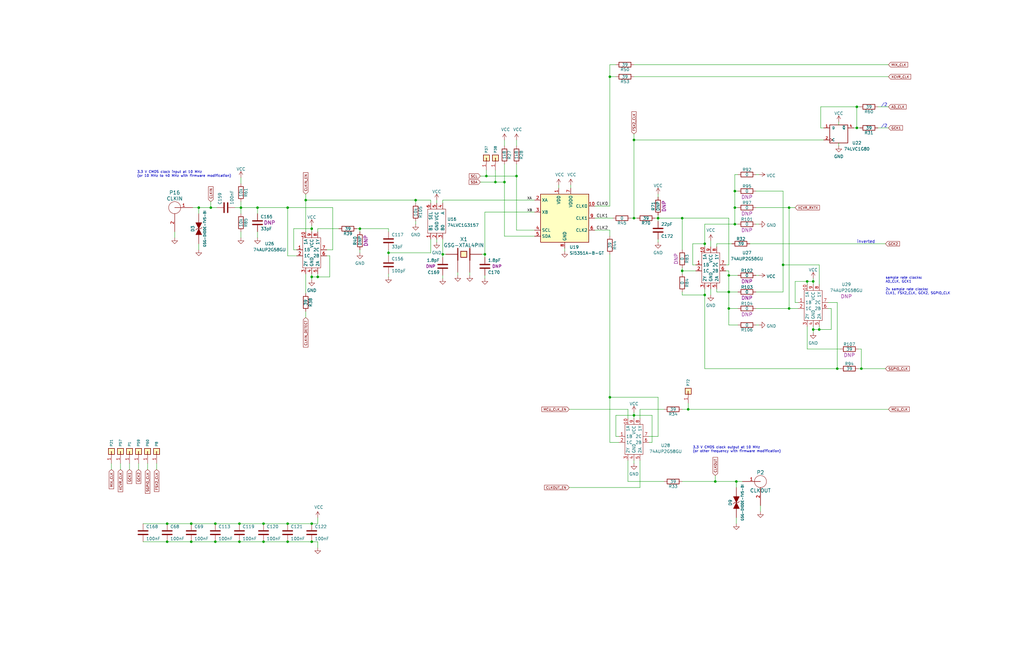
<source format=kicad_sch>
(kicad_sch (version 20211123) (generator eeschema)
  (paper "USLedger")
  (title_block (title "HackRF One") (date "2022-08-29") (rev "r9") (company "Copyright 2012-2022 Great Scott Gadgets") (comment 1 "Michael Ossmann") (comment 2 "Licensed under the CERN-OHL-P v2"))
  (junction (at 257.175 167.64))
  (junction (at 332.74 87.63))
  (junction (at 340.36 118.745))
  (junction (at 342.9 139.065))
  (junction (at 361.315 53.975))
  (junction (at 212.725 76.835))
  (junction (at 345.44 139.065))
  (junction (at 307.34 123.19))
  (junction (at 361.315 45.085))
  (junction (at 70.485 220.98))
  (junction (at 332.74 130.175))
  (junction (at 121.285 87.63))
  (junction (at 100.965 228.6))
  (junction (at 70.485 228.6))
  (junction (at 208.915 76.835))
  (junction (at 217.805 74.295))
  (junction (at 121.285 220.98))
  (junction (at 163.83 106.68))
  (junction (at 297.18 102.87))
  (junction (at 80.645 220.98))
  (junction (at 342.9 118.745))
  (junction (at 83.82 87.63))
  (junction (at 131.445 220.98))
  (junction (at 301.625 203.2))
  (junction (at 204.47 107.315))
  (junction (at 88.9 87.63))
  (junction (at 309.88 87.63))
  (junction (at 287.655 114.3))
  (junction (at 307.34 116.205))
  (junction (at 111.125 228.6))
  (junction (at 297.18 124.46))
  (junction (at 363.22 155.575))
  (junction (at 80.645 228.6))
  (junction (at 309.88 94.615))
  (junction (at 267.335 175.26))
  (junction (at 309.88 80.645))
  (junction (at 90.805 228.6))
  (junction (at 131.445 228.6))
  (junction (at 131.445 116.84))
  (junction (at 111.125 220.98))
  (junction (at 128.905 84.455))
  (junction (at 267.335 92.075))
  (junction (at 175.26 84.455))
  (junction (at 353.06 155.575))
  (junction (at 101.6 87.63))
  (junction (at 310.515 203.2))
  (junction (at 205.105 74.295))
  (junction (at 330.2 111.76))
  (junction (at 151.765 96.52))
  (junction (at 287.655 92.075))
  (junction (at 186.69 107.315))
  (junction (at 267.335 59.055))
  (junction (at 277.495 92.075))
  (junction (at 90.805 220.98))
  (junction (at 131.445 96.52))
  (junction (at 307.34 130.175))
  (junction (at 108.585 87.63))
  (junction (at 133.985 116.84))
  (junction (at 257.175 32.385))
  (junction (at 100.965 220.98))
  (junction (at 290.195 172.72))
  (junction (at 121.285 228.6))
  (wire (pts (xy 353.695 60.325) (xy 353.695 61.595)))
  (wire (pts (xy 163.83 116.84) (xy 163.83 115.57)))
  (wire (pts (xy 340.36 137.795) (xy 340.36 147.32)))
  (wire (pts (xy 274.955 175.26) (xy 267.335 175.26)))
  (wire (pts (xy 186.69 100.965) (xy 186.69 107.315)))
  (wire (pts (xy 342.9 137.795) (xy 342.9 139.065)))
  (wire (pts (xy 212.725 99.695) (xy 225.425 99.695)))
  (wire (pts (xy 335.28 118.745) (xy 335.28 127.635)))
  (wire (pts (xy 332.74 87.63) (xy 335.28 87.63)))
  (wire (pts (xy 274.955 186.69) (xy 274.955 175.26)))
  (wire (pts (xy 217.805 59.055) (xy 217.805 61.595)))
  (wire (pts (xy 202.565 74.295) (xy 205.105 74.295)))
  (wire (pts (xy 70.485 220.98) (xy 60.325 220.98)))
  (wire (pts (xy 302.26 102.87) (xy 308.61 102.87)))
  (wire (pts (xy 257.175 97.155) (xy 257.175 99.695)))
  (wire (pts (xy 259.715 184.15) (xy 260.985 184.15)))
  (wire (pts (xy 353.06 127.635) (xy 353.06 155.575)))
  (wire (pts (xy 83.82 90.17) (xy 83.82 87.63)))
  (wire (pts (xy 309.88 94.615) (xy 297.18 94.615)))
  (wire (pts (xy 307.34 111.76) (xy 307.34 92.075)))
  (wire (pts (xy 264.795 194.31) (xy 264.795 203.2)))
  (wire (pts (xy 46.99 195.58) (xy 46.99 198.12)))
  (wire (pts (xy 269.875 176.53) (xy 269.875 172.72)))
  (wire (pts (xy 90.805 228.6) (xy 100.965 228.6)))
  (wire (pts (xy 111.125 228.6) (xy 121.285 228.6)))
  (wire (pts (xy 299.72 121.92) (xy 299.72 124.46)))
  (wire (pts (xy 100.965 220.98) (xy 90.805 220.98)))
  (wire (pts (xy 186.69 107.315) (xy 187.96 107.315)))
  (wire (pts (xy 293.37 114.3) (xy 287.655 114.3)))
  (wire (pts (xy 101.6 87.63) (xy 101.6 90.17)))
  (wire (pts (xy 287.655 124.46) (xy 297.18 124.46)))
  (wire (pts (xy 225.425 89.535) (xy 204.47 89.535)))
  (wire (pts (xy 336.55 130.175) (xy 332.74 130.175)))
  (wire (pts (xy 250.825 97.155) (xy 257.175 97.155)))
  (wire (pts (xy 290.195 170.18) (xy 290.195 172.72)))
  (wire (pts (xy 131.445 96.52) (xy 131.445 95.25)))
  (wire (pts (xy 309.88 87.63) (xy 309.88 94.615)))
  (wire (pts (xy 335.28 127.635) (xy 336.55 127.635)))
  (wire (pts (xy 307.34 116.205) (xy 307.34 114.3)))
  (wire (pts (xy 250.825 86.995) (xy 257.175 86.995)))
  (wire (pts (xy 311.15 94.615) (xy 309.88 94.615)))
  (wire (pts (xy 297.18 94.615) (xy 297.18 102.87)))
  (wire (pts (xy 307.34 137.16) (xy 307.34 130.175)))
  (wire (pts (xy 287.655 115.57) (xy 287.655 114.3)))
  (wire (pts (xy 121.285 220.98) (xy 131.445 220.98)))
  (wire (pts (xy 267.335 92.075) (xy 268.605 92.075)))
  (wire (pts (xy 301.625 200.66) (xy 301.625 203.2)))
  (wire (pts (xy 131.445 116.84) (xy 133.985 116.84)))
  (wire (pts (xy 73.66 97.79) (xy 73.66 100.33)))
  (wire (pts (xy 203.2 107.315) (xy 204.47 107.315)))
  (wire (pts (xy 307.34 123.19) (xy 307.34 130.175)))
  (wire (pts (xy 131.445 118.11) (xy 131.445 116.84)))
  (wire (pts (xy 311.15 73.66) (xy 309.88 73.66)))
  (wire (pts (xy 370.205 45.085) (xy 374.65 45.085)))
  (wire (pts (xy 137.795 105.41) (xy 140.335 105.41)))
  (wire (pts (xy 238.125 104.775) (xy 238.125 106.045)))
  (wire (pts (xy 277.495 100.965) (xy 277.495 102.235)))
  (wire (pts (xy 346.075 53.975) (xy 347.345 53.975)))
  (wire (pts (xy 287.655 92.075) (xy 277.495 92.075)))
  (wire (pts (xy 151.765 96.52) (xy 151.765 97.79)))
  (wire (pts (xy 202.565 76.835) (xy 208.915 76.835)))
  (wire (pts (xy 318.77 130.175) (xy 332.74 130.175)))
  (wire (pts (xy 277.495 92.075) (xy 277.495 93.345)))
  (wire (pts (xy 318.77 73.66) (xy 320.04 73.66)))
  (wire (pts (xy 121.285 228.6) (xy 131.445 228.6)))
  (wire (pts (xy 277.495 167.64) (xy 277.495 184.15)))
  (wire (pts (xy 139.065 116.84) (xy 139.065 107.95)))
  (wire (pts (xy 307.34 92.075) (xy 287.655 92.075)))
  (wire (pts (xy 302.26 104.14) (xy 302.26 102.87)))
  (wire (pts (xy 240.03 205.74) (xy 269.875 205.74)))
  (wire (pts (xy 217.805 69.215) (xy 217.805 74.295)))
  (wire (pts (xy 302.26 123.19) (xy 307.34 123.19)))
  (wire (pts (xy 257.175 32.385) (xy 257.175 86.995)))
  (wire (pts (xy 99.06 87.63) (xy 101.6 87.63)))
  (wire (pts (xy 151.765 105.41) (xy 151.765 106.68)))
  (wire (pts (xy 307.34 114.3) (xy 306.07 114.3)))
  (wire (pts (xy 88.9 87.63) (xy 88.9 85.09)))
  (wire (pts (xy 125.095 107.95) (xy 121.285 107.95)))
  (wire (pts (xy 163.83 105.41) (xy 163.83 106.68)))
  (wire (pts (xy 267.335 92.075) (xy 267.335 59.055)))
  (wire (pts (xy 345.44 111.76) (xy 330.2 111.76)))
  (wire (pts (xy 140.335 87.63) (xy 121.285 87.63)))
  (wire (pts (xy 128.905 84.455) (xy 128.905 97.79)))
  (wire (pts (xy 269.875 194.31) (xy 269.875 205.74)))
  (wire (pts (xy 123.825 105.41) (xy 125.095 105.41)))
  (wire (pts (xy 330.2 123.19) (xy 318.77 123.19)))
  (wire (pts (xy 133.985 228.6) (xy 133.985 231.14)))
  (wire (pts (xy 91.44 87.63) (xy 88.9 87.63)))
  (wire (pts (xy 163.83 106.68) (xy 181.61 106.68)))
  (wire (pts (xy 287.655 203.2) (xy 301.625 203.2)))
  (wire (pts (xy 217.805 97.155) (xy 225.425 97.155)))
  (wire (pts (xy 361.315 53.975) (xy 362.585 53.975)))
  (wire (pts (xy 133.985 97.79) (xy 133.985 96.52)))
  (wire (pts (xy 287.655 105.41) (xy 287.655 92.075)))
  (wire (pts (xy 131.445 220.98) (xy 133.985 220.98)))
  (wire (pts (xy 267.335 175.26) (xy 267.335 173.99)))
  (wire (pts (xy 309.88 73.66) (xy 309.88 80.645)))
  (wire (pts (xy 133.985 116.84) (xy 139.065 116.84)))
  (wire (pts (xy 133.985 96.52) (xy 142.875 96.52)))
  (wire (pts (xy 349.25 127.635) (xy 353.06 127.635)))
  (wire (pts (xy 307.34 116.205) (xy 311.15 116.205)))
  (wire (pts (xy 267.335 176.53) (xy 267.335 175.26)))
  (wire (pts (xy 309.88 80.645) (xy 311.15 80.645)))
  (wire (pts (xy 276.225 92.075) (xy 277.495 92.075)))
  (wire (pts (xy 123.825 96.52) (xy 123.825 105.41)))
  (wire (pts (xy 342.9 120.015) (xy 342.9 118.745)))
  (wire (pts (xy 184.15 85.725) (xy 184.15 84.455)))
  (wire (pts (xy 297.18 102.87) (xy 297.18 104.14)))
  (wire (pts (xy 370.205 53.975) (xy 374.65 53.975)))
  (wire (pts (xy 90.805 220.98) (xy 80.645 220.98)))
  (wire (pts (xy 58.42 195.58) (xy 58.42 198.12)))
  (wire (pts (xy 302.26 121.92) (xy 302.26 123.19)))
  (wire (pts (xy 257.175 186.69) (xy 257.175 167.64)))
  (wire (pts (xy 184.15 100.965) (xy 184.15 102.235)))
  (wire (pts (xy 277.495 184.15) (xy 273.685 184.15)))
  (wire (pts (xy 292.1 111.76) (xy 293.37 111.76)))
  (wire (pts (xy 287.655 172.72) (xy 290.195 172.72)))
  (wire (pts (xy 267.335 32.385) (xy 374.65 32.385)))
  (wire (pts (xy 311.15 137.16) (xy 307.34 137.16)))
  (wire (pts (xy 292.1 102.87) (xy 292.1 111.76)))
  (wire (pts (xy 260.985 186.69) (xy 257.175 186.69)))
  (wire (pts (xy 80.645 228.6) (xy 90.805 228.6)))
  (wire (pts (xy 193.04 116.205) (xy 193.04 114.935)))
  (wire (pts (xy 267.335 56.515) (xy 267.335 59.055)))
  (wire (pts (xy 273.685 186.69) (xy 274.955 186.69)))
  (wire (pts (xy 151.765 96.52) (xy 163.83 96.52)))
  (wire (pts (xy 66.04 195.58) (xy 66.04 198.12)))
  (wire (pts (xy 257.175 27.305) (xy 259.715 27.305)))
  (wire (pts (xy 307.34 123.19) (xy 311.15 123.19)))
  (wire (pts (xy 267.335 175.26) (xy 259.715 175.26)))
  (wire (pts (xy 345.44 120.015) (xy 345.44 111.76)))
  (wire (pts (xy 101.6 97.79) (xy 101.6 100.33)))
  (wire (pts (xy 340.36 118.745) (xy 340.36 120.015)))
  (wire (pts (xy 80.645 220.98) (xy 70.485 220.98)))
  (wire (pts (xy 100.965 220.98) (xy 111.125 220.98)))
  (wire (pts (xy 311.15 130.175) (xy 307.34 130.175)))
  (wire (pts (xy 204.47 89.535) (xy 204.47 107.315)))
  (wire (pts (xy 363.22 155.575) (xy 373.38 155.575)))
  (wire (pts (xy 101.6 87.63) (xy 108.585 87.63)))
  (wire (pts (xy 181.61 106.68) (xy 181.61 100.965)))
  (wire (pts (xy 133.985 115.57) (xy 133.985 116.84)))
  (wire (pts (xy 361.95 155.575) (xy 363.22 155.575)))
  (wire (pts (xy 277.495 83.185) (xy 277.495 81.915)))
  (wire (pts (xy 267.335 27.305) (xy 374.65 27.305)))
  (wire (pts (xy 330.2 80.645) (xy 318.77 80.645)))
  (wire (pts (xy 330.2 111.76) (xy 330.2 123.19)))
  (wire (pts (xy 111.125 220.98) (xy 121.285 220.98)))
  (wire (pts (xy 208.915 71.755) (xy 208.915 76.835)))
  (wire (pts (xy 250.825 92.075) (xy 258.445 92.075)))
  (wire (pts (xy 257.175 27.305) (xy 257.175 32.385)))
  (wire (pts (xy 205.105 74.295) (xy 217.805 74.295)))
  (wire (pts (xy 101.6 85.09) (xy 101.6 87.63)))
  (wire (pts (xy 131.445 228.6) (xy 133.985 228.6)))
  (wire (pts (xy 310.515 205.74) (xy 310.515 203.2)))
  (wire (pts (xy 128.905 115.57) (xy 128.905 123.825)))
  (wire (pts (xy 361.315 53.975) (xy 360.045 53.975)))
  (wire (pts (xy 257.175 107.315) (xy 257.175 167.64)))
  (wire (pts (xy 235.585 79.375) (xy 235.585 78.105)))
  (wire (pts (xy 342.9 118.745) (xy 340.36 118.745)))
  (wire (pts (xy 345.44 139.065) (xy 350.52 139.065)))
  (wire (pts (xy 361.315 45.085) (xy 362.585 45.085)))
  (wire (pts (xy 310.515 220.98) (xy 310.515 218.44)))
  (wire (pts (xy 175.26 94.615) (xy 175.26 93.345)))
  (wire (pts (xy 212.725 76.835) (xy 212.725 99.695)))
  (wire (pts (xy 361.95 147.32) (xy 363.22 147.32)))
  (wire (pts (xy 318.77 116.205) (xy 320.04 116.205)))
  (wire (pts (xy 297.18 155.575) (xy 297.18 124.46)))
  (wire (pts (xy 259.715 175.26) (xy 259.715 184.15)))
  (wire (pts (xy 353.695 51.435) (xy 353.695 52.705)))
  (wire (pts (xy 345.44 137.795) (xy 345.44 139.065)))
  (wire (pts (xy 320.675 213.36) (xy 320.675 215.9)))
  (wire (pts (xy 175.26 84.455) (xy 181.61 84.455)))
  (wire (pts (xy 318.77 87.63) (xy 332.74 87.63)))
  (wire (pts (xy 139.065 107.95) (xy 137.795 107.95)))
  (wire (pts (xy 128.905 133.985) (xy 128.905 131.445)))
  (wire (pts (xy 342.9 118.745) (xy 342.9 117.475)))
  (wire (pts (xy 306.07 111.76) (xy 307.34 111.76)))
  (wire (pts (xy 257.175 167.64) (xy 277.495 167.64)))
  (wire (pts (xy 70.485 228.6) (xy 80.645 228.6)))
  (wire (pts (xy 277.495 90.805) (xy 277.495 92.075)))
  (wire (pts (xy 186.69 116.205) (xy 186.69 117.475)))
  (wire (pts (xy 301.625 203.2) (xy 310.515 203.2)))
  (wire (pts (xy 212.725 59.055) (xy 212.725 61.595)))
  (wire (pts (xy 340.36 118.745) (xy 335.28 118.745)))
  (wire (pts (xy 361.315 45.085) (xy 361.315 53.975)))
  (wire (pts (xy 267.335 194.31) (xy 267.335 195.58)))
  (wire (pts (xy 150.495 96.52) (xy 151.765 96.52)))
  (wire (pts (xy 100.965 228.6) (xy 111.125 228.6)))
  (wire (pts (xy 123.825 96.52) (xy 131.445 96.52)))
  (wire (pts (xy 350.52 139.065) (xy 350.52 130.175)))
  (wire (pts (xy 342.9 140.335) (xy 342.9 139.065)))
  (wire (pts (xy 318.77 94.615) (xy 320.04 94.615)))
  (wire (pts (xy 309.88 80.645) (xy 309.88 87.63)))
  (wire (pts (xy 186.69 84.455) (xy 186.69 85.725)))
  (wire (pts (xy 267.335 59.055) (xy 347.345 59.055)))
  (wire (pts (xy 264.795 203.2) (xy 280.035 203.2)))
  (wire (pts (xy 353.06 155.575) (xy 297.18 155.575)))
  (wire (pts (xy 205.105 71.755) (xy 205.105 74.295)))
  (wire (pts (xy 350.52 130.175) (xy 349.25 130.175)))
  (wire (pts (xy 297.18 121.92) (xy 297.18 124.46)))
  (wire (pts (xy 140.335 105.41) (xy 140.335 87.63)))
  (wire (pts (xy 186.69 84.455) (xy 225.425 84.455)))
  (wire (pts (xy 175.26 85.725) (xy 175.26 84.455)))
  (wire (pts (xy 83.82 105.41) (xy 83.82 102.87)))
  (wire (pts (xy 101.6 74.93) (xy 101.6 77.47)))
  (wire (pts (xy 60.325 228.6) (xy 70.485 228.6)))
  (wire (pts (xy 316.23 102.87) (xy 373.38 102.87)))
  (wire (pts (xy 54.61 195.58) (xy 54.61 198.12)))
  (wire (pts (xy 320.04 137.16) (xy 318.77 137.16)))
  (wire (pts (xy 240.665 79.375) (xy 240.665 78.105)))
  (wire (pts (xy 240.03 172.72) (xy 264.795 172.72)))
  (wire (pts (xy 208.915 76.835) (xy 212.725 76.835)))
  (wire (pts (xy 332.74 87.63) (xy 332.74 130.175)))
  (wire (pts (xy 128.905 84.455) (xy 175.26 84.455)))
  (wire (pts (xy 287.655 123.19) (xy 287.655 124.46)))
  (wire (pts (xy 264.795 176.53) (xy 264.795 172.72)))
  (wire (pts (xy 266.065 92.075) (xy 267.335 92.075)))
  (wire (pts (xy 217.805 74.295) (xy 217.805 97.155)))
  (wire (pts (xy 108.585 87.63) (xy 121.285 87.63)))
  (wire (pts (xy 290.195 172.72) (xy 374.65 172.72)))
  (wire (pts (xy 108.585 90.17) (xy 108.585 87.63)))
  (wire (pts (xy 204.47 107.315) (xy 204.47 108.585)))
  (wire (pts (xy 340.36 147.32) (xy 354.33 147.32)))
  (wire (pts (xy 363.22 147.32) (xy 363.22 155.575)))
  (wire (pts (xy 342.9 139.065) (xy 345.44 139.065)))
  (wire (pts (xy 346.075 53.975) (xy 346.075 45.085)))
  (wire (pts (xy 83.82 87.63) (xy 88.9 87.63)))
  (wire (pts (xy 299.72 101.6) (xy 299.72 104.14)))
  (wire (pts (xy 212.725 69.215) (xy 212.725 76.835)))
  (wire (pts (xy 269.875 172.72) (xy 280.035 172.72)))
  (wire (pts (xy 354.33 155.575) (xy 353.06 155.575)))
  (wire (pts (xy 128.905 81.915) (xy 128.905 84.455)))
  (wire (pts (xy 204.47 117.475) (xy 204.47 116.205)))
  (wire (pts (xy 131.445 115.57) (xy 131.445 116.84)))
  (wire (pts (xy 163.83 106.68) (xy 163.83 107.95)))
  (wire (pts (xy 108.585 97.79) (xy 108.585 100.33)))
  (wire (pts (xy 297.18 102.87) (xy 292.1 102.87)))
  (wire (pts (xy 131.445 97.79) (xy 131.445 96.52)))
  (wire (pts (xy 186.69 108.585) (xy 186.69 107.315)))
  (wire (pts (xy 309.88 87.63) (xy 311.15 87.63)))
  (wire (pts (xy 121.285 87.63) (xy 121.285 107.95)))
  (wire (pts (xy 62.23 198.12) (xy 62.23 195.58)))
  (wire (pts (xy 198.12 114.935) (xy 198.12 116.205)))
  (wire (pts (xy 346.075 45.085) (xy 361.315 45.085)))
  (wire (pts (xy 163.83 96.52) (xy 163.83 97.79)))
  (wire (pts (xy 330.2 111.76) (xy 330.2 80.645)))
  (wire (pts (xy 133.985 220.98) (xy 133.985 218.44)))
  (wire (pts (xy 307.34 123.19) (xy 307.34 116.205)))
  (wire (pts (xy 310.515 203.2) (xy 313.055 203.2)))
  (wire (pts (xy 50.8 195.58) (xy 50.8 198.12)))
  (wire (pts (xy 257.175 32.385) (xy 259.715 32.385)))
  (wire (pts (xy 81.28 87.63) (xy 83.82 87.63)))
  (wire (pts (xy 181.61 84.455) (xy 181.61 85.725)))
  (wire (pts (xy 287.655 113.03) (xy 287.655 114.3)))
  (text "/2" (at 371.475 53.975 0) (effects (font (size 1.27 1.27)) (justify left bottom)))
  (text "inverted" (at 361.315 102.87 0) (effects (font (size 1.27 1.27)) (justify left bottom)))
  (text "3.3 V CMOS clock input at 10 MHz\n(or 10 MHz to 40 MHz with firmware modification)" (at 57.785 74.93 0) (effects (font (size 1.016 1.016)) (justify left bottom)))
  (text "sample rate clocks:\nAD_CLK, GCK1\n\n2x sample rate clocks:\nCLK1, FSX2_CLK, GCK2, SGPIO_CLK" (at 373.38 124.46 0) (effects (font (size 1.016 1.016)) (justify left bottom)))
  (text "/2" (at 371.475 45.085 0) (effects (font (size 1.27 1.27)) (justify left bottom)))
  (text "3.3 V CMOS clock output at 10 MHz\n(or other frequency with firmware modification)" (at 292.1 191.135 0) (effects (font (size 1.016 1.016)) (justify left bottom)))
  (label "CLK0" (at 251.46 86.995 0))
  (label "CLK1" (at 251.46 92.075 0))
  (label "CLK2" (at 251.46 97.155 0))
  (label "XA" (at 222.25 84.455 0) (effects (font (size 1.016 1.016))))
  (label "XB" (at 222.25 89.535 0) (effects (font (size 1.016 1.016))))
  (global_label "GCK1" (shape input) (at 54.61 198.12 270) (effects (font (size 1.016 1.016))) (property "Intersheet References" "${INTERSHEET_REFS}" (effects hide)))
  (global_label "XCVR_CLK" (shape input) (at 374.65 32.385 0) (effects (font (size 1.016 1.016))) (property "Intersheet References" "${INTERSHEET_REFS}" (effects hide)))
  (global_label "FSX2_CLK" (shape input) (at 66.04 198.12 270) (effects (font (size 1.016 1.016))) (property "Intersheet References" "${INTERSHEET_REFS}" (effects hide)))
  (global_label "SCL" (shape input) (at 202.565 74.295 180) (effects (font (size 1.016 1.016))) (property "Intersheet References" "${INTERSHEET_REFS}" (effects hide)))
  (global_label "CLKIN_EN" (shape input) (at 128.905 81.915 90) (effects (font (size 1.016 1.016))) (property "Intersheet References" "${INTERSHEET_REFS}" (effects hide)))
  (global_label "MIX_CLK" (shape input) (at 374.65 27.305 0) (effects (font (size 1.016 1.016))) (property "Intersheet References" "${INTERSHEET_REFS}" (effects hide)))
  (global_label "GCK2" (shape input) (at 58.42 198.12 270) (effects (font (size 1.016 1.016))) (property "Intersheet References" "${INTERSHEET_REFS}" (effects hide)))
  (global_label "SDA" (shape input) (at 202.565 76.835 180) (effects (font (size 1.016 1.016))) (property "Intersheet References" "${INTERSHEET_REFS}" (effects hide)))
  (global_label "AD_CLK" (shape input) (at 374.65 45.085 0) (effects (font (size 1.016 1.016))) (property "Intersheet References" "${INTERSHEET_REFS}" (effects hide)))
  (global_label "CLKIN_DETECT" (shape input) (at 128.905 133.985 270) (effects (font (size 1.016 1.016))) (property "Intersheet References" "${INTERSHEET_REFS}" (effects hide)))
  (global_label "CLKOUT_EN" (shape input) (at 240.03 205.74 180) (effects (font (size 1.016 1.016))) (property "Intersheet References" "${INTERSHEET_REFS}" (effects hide)))
  (global_label "MIX_CLK" (shape input) (at 46.99 198.12 270) (effects (font (size 1.016 1.016))) (property "Intersheet References" "${INTERSHEET_REFS}" (effects hide)))
  (global_label "MCU_CLK_EN" (shape input) (at 240.03 172.72 180) (effects (font (size 1.016 1.016))) (property "Intersheet References" "${INTERSHEET_REFS}" (effects hide)))
  (global_label "SGPIO_CLK" (shape input) (at 373.38 155.575 0) (effects (font (size 1.016 1.016))) (property "Intersheet References" "${INTERSHEET_REFS}" (effects hide)))
  (global_label "CLKOUT" (shape input) (at 301.625 200.66 90) (effects (font (size 1.016 1.016))) (property "Intersheet References" "${INTERSHEET_REFS}" (effects hide)))
  (global_label "CLKIN" (shape input) (at 88.9 85.09 90) (effects (font (size 1.016 1.016))) (property "Intersheet References" "${INTERSHEET_REFS}" (effects hide)))
  (global_label "XCVR_RXTX" (shape input) (at 335.28 87.63 0) (effects (font (size 1.016 1.016))) (property "Intersheet References" "${INTERSHEET_REFS}" (effects hide)))
  (global_label "MCU_CLK" (shape input) (at 374.65 172.72 0) (effects (font (size 1.016 1.016))) (property "Intersheet References" "${INTERSHEET_REFS}" (effects hide)))
  (global_label "FSX2_CLK" (shape input) (at 267.335 56.515 90) (effects (font (size 1.016 1.016))) (property "Intersheet References" "${INTERSHEET_REFS}" (effects hide)))
  (global_label "SGPIO_CLK" (shape input) (at 62.23 198.12 270) (effects (font (size 1.016 1.016))) (property "Intersheet References" "${INTERSHEET_REFS}" (effects hide)))
  (global_label "GCK1" (shape input) (at 374.65 53.975 0) (effects (font (size 1.016 1.016))) (property "Intersheet References" "${INTERSHEET_REFS}" (effects hide)))
  (global_label "XCVR_CLK" (shape input) (at 50.8 198.12 270) (effects (font (size 1.016 1.016))) (property "Intersheet References" "${INTERSHEET_REFS}" (effects hide)))
  (global_label "GCK2" (shape input) (at 373.38 102.87 0) (effects (font (size 1.016 1.016))) (property "Intersheet References" "${INTERSHEET_REFS}" (effects hide)))
  (symbol (lib_id "Device:R") (at 212.725 65.405 0) (unit 1)
    (property "Reference" "R27" (at 214.757 65.405 90))
    (property "Value" "1k8" (at 212.725 65.405 90))
    (property "Footprint" "hackrf:GSG-0402" (effects hide))
    (property "Manufacturer" "Stackpole" (effects hide))
    (property "Part Number" "RMCF0402JT1K80" (effects hide))
    (property "Description" "RES TF 1.8K OHM 5% 1/16W 0402" (effects hide))
  )
  (symbol (lib_id "hackrf:GSG-XTAL4PIN") (at 195.58 107.315 0) (unit 1)
    (property "Reference" "X1" (at 195.58 100.965 0) (effects (font (size 1.524 1.524))))
    (property "Value" "GSG-XTAL4PIN" (at 195.58 103.505 0) (effects (font (size 1.524 1.524))))
    (property "Footprint" "hackrf:GSG-XTAL3.2x2.5mm" (effects hide))
    (property "Manufacturer" "Raltron" (effects hide))
    (property "Part Number" "RH100-25.000-12-F-1010-TR" (effects hide))
    (property "Description" "CRYSTAL 25.0000MHZ 12PF SMD" (effects hide))
  )
  (symbol (lib_id "power:GND") (at 198.12 116.205 0) (unit 1)
    (property "Reference" "#PWR0128" (effects hide))
    (property "Value" "GND" (effects hide))
  )
  (symbol (lib_id "power:GND") (at 193.04 116.205 0) (unit 1)
    (property "Reference" "#PWR0127" (effects hide))
    (property "Value" "GND" (effects hide))
  )
  (symbol (lib_id "hackrf:GSG-RF-CONN") (at 73.66 87.63 0) (unit 1)
    (property "Reference" "P16" (at 73.66 81.28 0) (effects (font (size 1.524 1.524))))
    (property "Value" "CLKIN" (at 73.66 83.82 0) (effects (font (size 1.524 1.524))))
    (property "Footprint" "hackrf:GSG-SMA-73251-2120" (effects hide))
    (property "Manufacturer" "Molex" (effects hide))
    (property "Part Number" "73251-2121" (effects hide))
    (property "Description" "CONN SMA JACK 50 OHM EDGE MNT W/JAM NUT & LOCK WASHER" (effects hide))
  )
  (symbol (lib_id "power:GND") (at 73.66 100.33 0) (unit 1)
    (property "Reference" "#PWR0126" (effects hide))
    (property "Value" "GND" (effects hide))
  )
  (symbol (lib_id "power:GND") (at 133.985 231.14 0) (unit 1)
    (property "Reference" "#PWR0121" (effects hide))
    (property "Value" "GND" (effects hide))
  )
  (symbol (lib_id "Device:C") (at 90.805 224.79 0) (unit 1)
    (property "Reference" "C113" (at 92.075 222.25 0) (effects (justify left)))
    (property "Value" "100nF" (at 92.075 227.33 0) (effects (justify left)))
    (property "Footprint" "hackrf:GSG-0402" (effects hide))
    (property "Manufacturer" "Samsung" (effects hide))
    (property "Part Number" "CL05A104KA5NNNC" (effects hide))
    (property "Description" "CAP CER 0.1UF 25V X5R 0402" (effects hide))
  )
  (symbol (lib_id "Device:C") (at 100.965 224.79 0) (unit 1)
    (property "Reference" "C119" (at 102.235 222.25 0) (effects (justify left)))
    (property "Value" "100nF" (at 102.235 227.33 0) (effects (justify left)))
    (property "Footprint" "hackrf:GSG-0402" (effects hide))
    (property "Manufacturer" "Samsung" (effects hide))
    (property "Part Number" "CL05A104KA5NNNC" (effects hide))
    (property "Description" "CAP CER 0.1UF 25V X5R 0402" (effects hide))
  )
  (symbol (lib_id "Device:C") (at 111.125 224.79 0) (unit 1)
    (property "Reference" "C120" (at 112.395 222.25 0) (effects (justify left)))
    (property "Value" "100nF" (at 112.395 227.33 0) (effects (justify left)))
    (property "Footprint" "hackrf:GSG-0402" (effects hide))
    (property "Manufacturer" "Samsung" (effects hide))
    (property "Part Number" "CL05A104KA5NNNC" (effects hide))
    (property "Description" "CAP CER 0.1UF 25V X5R 0402" (effects hide))
  )
  (symbol (lib_id "Device:C") (at 121.285 224.79 0) (unit 1)
    (property "Reference" "C121" (at 122.555 222.25 0) (effects (justify left)))
    (property "Value" "100nF" (at 122.555 227.33 0) (effects (justify left)))
    (property "Footprint" "hackrf:GSG-0402" (effects hide))
    (property "Manufacturer" "Samsung" (effects hide))
    (property "Part Number" "CL05A104KA5NNNC" (effects hide))
    (property "Description" "CAP CER 0.1UF 25V X5R 0402" (effects hide))
  )
  (symbol (lib_id "Device:C") (at 131.445 224.79 0) (unit 1)
    (property "Reference" "C122" (at 132.715 222.25 0) (effects (justify left)))
    (property "Value" "100nF" (at 132.715 227.33 0) (effects (justify left)))
    (property "Footprint" "hackrf:GSG-0402" (effects hide))
    (property "Manufacturer" "Samsung" (effects hide))
    (property "Part Number" "CL05A104KA5NNNC" (effects hide))
    (property "Description" "CAP CER 0.1UF 25V X5R 0402" (effects hide))
  )
  (symbol (lib_id "Device:R") (at 175.26 89.535 0) (unit 1)
    (property "Reference" "R105" (at 177.292 89.535 90))
    (property "Value" "10k" (at 175.26 89.535 90))
    (property "Footprint" "hackrf:GSG-0402" (effects hide))
    (property "Manufacturer" "Stackpole" (effects hide))
    (property "Part Number" "RMCF0402JT10K0" (effects hide))
    (property "Description" "RES 10K OHM 1/16W 5% 0402 SMD" (effects hide))
  )
  (symbol (lib_id "power:GND") (at 320.675 215.9 0) (unit 1)
    (property "Reference" "#PWR093" (effects hide))
    (property "Value" "GND" (effects hide))
  )
  (symbol (lib_id "hackrf:GSG-RF-CONN") (at 320.675 203.2 0) (mirror y) (unit 1)
    (property "Reference" "P2" (at 320.675 199.39 0) (effects (font (size 1.524 1.524))))
    (property "Value" "CLKOUT" (at 320.675 207.01 0) (effects (font (size 1.524 1.524))))
    (property "Footprint" "hackrf:GSG-SMA-73251-2120" (effects hide))
    (property "Manufacturer" "Molex" (effects hide))
    (property "Part Number" "73251-2121" (effects hide))
    (property "Description" "CONN SMA JACK 50 OHM EDGE MNT W/JAM NUT & LOCK WASHER" (effects hide))
  )
  (symbol (lib_id "Connector_Generic:Conn_01x01") (at 205.105 66.675 90) (unit 1)
    (property "Reference" "P37" (at 205.105 64.643 0) (effects (font (size 1.016 1.016)) (justify left)))
    (property "Value" "SCL" (effects hide))
    (property "Footprint" "hackrf:GSG-TESTPOINT-50MIL" (effects hide))
    (property "DNP" "DNP" (effects hide))
  )
  (symbol (lib_id "Connector_Generic:Conn_01x01") (at 208.915 66.675 90) (unit 1)
    (property "Reference" "P38" (at 208.915 64.643 0) (effects (font (size 1.016 1.016)) (justify left)))
    (property "Value" "SDA" (effects hide))
    (property "Footprint" "hackrf:GSG-TESTPOINT-50MIL" (effects hide))
    (property "DNP" "DNP" (effects hide))
  )
  (symbol (lib_id "Device:R") (at 101.6 93.98 0) (unit 1)
    (property "Reference" "R85" (at 103.632 93.98 90))
    (property "Value" "10k" (at 101.6 93.98 90))
    (property "Footprint" "hackrf:GSG-0402" (effects hide))
    (property "Manufacturer" "Stackpole" (effects hide))
    (property "Part Number" "RMCF0402JT10K0" (effects hide))
    (property "Description" "RES 10K OHM 1/16W 5% 0402 SMD" (effects hide))
  )
  (symbol (lib_id "power:GND") (at 101.6 100.33 0) (unit 1)
    (property "Reference" "#PWR092" (effects hide))
    (property "Value" "GND" (effects hide))
  )
  (symbol (lib_id "Device:R") (at 217.805 65.405 0) (unit 1)
    (property "Reference" "R28" (at 219.837 65.405 90))
    (property "Value" "1k8" (at 217.805 65.405 90))
    (property "Footprint" "hackrf:GSG-0402" (effects hide))
    (property "Manufacturer" "Stackpole" (effects hide))
    (property "Part Number" "RMCF0402JT1K80" (effects hide))
    (property "Description" "RES TF 1.8K OHM 5% 1/16W 0402" (effects hide))
  )
  (symbol (lib_id "Device:R") (at 358.14 155.575 270) (mirror x) (unit 1)
    (property "Reference" "R94" (at 358.14 153.543 90))
    (property "Value" "39" (at 358.14 155.575 90))
    (property "Footprint" "hackrf:GSG-0402" (effects hide))
    (property "Manufacturer" "Stackpole" (effects hide))
    (property "Part Number" "RMCF0402JT39R0" (effects hide))
    (property "Description" "RES 39 OHM 1/16W 5% 0402 SMD" (effects hide))
  )
  (symbol (lib_id "Device:R") (at 283.845 203.2 270) (unit 1)
    (property "Reference" "R33" (at 283.845 205.232 90))
    (property "Value" "39" (at 283.845 203.2 90))
    (property "Footprint" "hackrf:GSG-0402" (effects hide))
    (property "Manufacturer" "Stackpole" (effects hide))
    (property "Part Number" "RMCF0402JT39R0" (effects hide))
    (property "Description" "RES 39 OHM 1/16W 5% 0402 SMD" (effects hide))
  )
  (symbol (lib_id "hackrf:GSG-DIODE-TVS-BI") (at 310.515 212.09 90) (unit 1)
    (property "Reference" "D9" (at 307.975 212.09 0))
    (property "Value" "GSG-DIODE-TVS-BI" (at 313.055 212.09 0) (effects (font (size 1.016 1.016))))
    (property "Footprint" "hackrf:GSG-0402" (effects hide))
    (property "Manufacturer" "Murata" (effects hide))
    (property "Part Number" "LXES15AAA1-100" (effects hide))
    (property "Description" "TVS DIODE ESD .05PF 15KV 0402" (effects hide))
  )
  (symbol (lib_id "power:GND") (at 310.515 220.98 0) (unit 1)
    (property "Reference" "#PWR0171" (effects hide))
    (property "Value" "GND" (effects hide))
  )
  (symbol (lib_id "hackrf:GSG-DIODE-TVS-BI") (at 83.82 96.52 90) (unit 1)
    (property "Reference" "D3" (at 81.28 96.52 0))
    (property "Value" "GSG-DIODE-TVS-BI" (at 86.36 96.52 0) (effects (font (size 1.016 1.016))))
    (property "Footprint" "hackrf:GSG-0402" (effects hide))
    (property "Manufacturer" "Murata" (effects hide))
    (property "Part Number" "LXES15AAA1-100" (effects hide))
    (property "Description" "TVS DIODE ESD .05PF 15KV 0402" (effects hide))
  )
  (symbol (lib_id "power:GND") (at 83.82 105.41 0) (unit 1)
    (property "Reference" "#PWR0172" (effects hide))
    (property "Value" "GND" (effects hide))
  )
  (symbol (lib_id "Device:R") (at 312.42 102.87 270) (mirror x) (unit 1)
    (property "Reference" "R32" (at 312.42 100.838 90))
    (property "Value" "39" (at 312.42 102.87 90))
    (property "Footprint" "hackrf:GSG-0402" (effects hide))
    (property "Manufacturer" "Stackpole" (effects hide))
    (property "Part Number" "RMCF0402JT39R0" (effects hide))
    (property "Description" "RES 39 OHM 1/16W 5% 0402 SMD" (effects hide))
  )
  (symbol (lib_id "Device:R") (at 366.395 53.975 270) (unit 1)
    (property "Reference" "R31" (at 366.395 56.007 90))
    (property "Value" "39" (at 366.395 53.975 90))
    (property "Footprint" "hackrf:GSG-0402" (effects hide))
    (property "Manufacturer" "Stackpole" (effects hide))
    (property "Part Number" "RMCF0402JT39R0" (effects hide))
    (property "Description" "RES 39 OHM 1/16W 5% 0402 SMD" (effects hide))
  )
  (symbol (lib_id "Device:C") (at 186.69 112.395 180) (unit 1)
    (property "Reference" "C169" (at 185.42 114.935 0) (effects (justify left)))
    (property "Value" "1.8pF" (at 185.42 109.855 0) (effects (justify left)))
    (property "Footprint" "hackrf:GSG-0402" (effects hide))
    (property "DNP" "DNP" (at 181.61 112.395 0))
  )
  (symbol (lib_id "Device:C") (at 204.47 112.395 0) (mirror x) (unit 1)
    (property "Reference" "C170" (at 205.74 114.935 0) (effects (justify left)))
    (property "Value" "1.8pF" (at 205.74 109.855 0) (effects (justify left)))
    (property "Footprint" "hackrf:GSG-0402" (effects hide))
    (property "DNP" "DNP" (at 209.55 112.395 0))
  )
  (symbol (lib_id "power:GND") (at 186.69 117.475 0) (mirror y) (unit 1)
    (property "Reference" "#PWR0187" (effects hide))
    (property "Value" "GND" (effects hide))
  )
  (symbol (lib_id "power:GND") (at 204.47 117.475 0) (mirror y) (unit 1)
    (property "Reference" "#PWR0188" (effects hide))
    (property "Value" "GND" (effects hide))
  )
  (symbol (lib_id "power:VCC") (at 235.585 78.105 0) (unit 1)
    (property "Reference" "#PWR0203" (effects hide))
    (property "Value" "VCC" (at 236.0168 73.7108 0))
  )
  (symbol (lib_id "power:VCC") (at 217.805 59.055 0) (unit 1)
    (property "Reference" "#PWR0221" (effects hide))
    (property "Value" "VCC" (at 218.2368 54.6608 0))
  )
  (symbol (lib_id "power:VCC") (at 212.725 59.055 0) (unit 1)
    (property "Reference" "#PWR0227" (effects hide))
    (property "Value" "VCC" (at 213.1568 54.6608 0))
  )
  (symbol (lib_id "power:VCC") (at 133.985 218.44 0) (unit 1)
    (property "Reference" "#PWR0240" (effects hide))
    (property "Value" "VCC" (at 134.4168 214.0458 0))
  )
  (symbol (lib_id "power:GND") (at 108.585 100.33 0) (unit 1)
    (property "Reference" "#PWR0130" (effects hide))
    (property "Value" "GND" (effects hide))
  )
  (symbol (lib_id "Device:R") (at 314.96 80.645 90) (unit 1)
    (property "Reference" "R95" (at 314.96 78.613 90))
    (property "Value" "0" (at 314.96 80.645 90))
    (property "Footprint" "hackrf:GSG-0402" (effects hide))
    (property "Manufacturer" "Stackpole" (effects hide))
    (property "Part Number" "RMCF0402ZT0R00" (effects hide))
    (property "Description" "RES 0.0 OHM 1/16W 0402 SMD" (effects hide))
    (property "DNP" "DNP" (at 314.96 83.185 90) (effects (font (size 1.524 1.524))))
  )
  (symbol (lib_id "Device:R") (at 272.415 92.075 270) (unit 1)
    (property "Reference" "R70" (at 272.415 94.107 90))
    (property "Value" "39" (at 272.415 92.075 90))
    (property "Footprint" "hackrf:GSG-0402" (effects hide))
    (property "Manufacturer" "Stackpole" (effects hide))
    (property "Part Number" "RMCF0402JT39R0" (effects hide))
    (property "Description" "RES 39 OHM 1/16W 5% 0402 SMD" (effects hide))
  )
  (symbol (lib_id "Device:R") (at 314.96 137.16 270) (unit 1)
    (property "Reference" "R106" (at 314.96 139.192 90))
    (property "Value" "0" (at 314.96 137.16 90))
    (property "Footprint" "hackrf:GSG-0402" (effects hide))
    (property "Manufacturer" "Stackpole" (effects hide))
    (property "Part Number" "RMCF0402ZT0R00" (effects hide))
    (property "Description" "RES 0.0 OHM 1/16W 0402 SMD" (effects hide))
  )
  (symbol (lib_id "Device:R") (at 262.255 92.075 270) (unit 1)
    (property "Reference" "R45" (at 262.255 94.107 90))
    (property "Value" "0" (at 262.255 92.075 90))
    (property "Footprint" "hackrf:GSG-0402" (effects hide))
    (property "Manufacturer" "Stackpole" (effects hide))
    (property "Part Number" "RMCF0402ZT0R00" (effects hide))
    (property "Description" "RES 0.0 OHM 1/16W 0402 SMD" (effects hide))
  )
  (symbol (lib_id "Device:R") (at 366.395 45.085 270) (unit 1)
    (property "Reference" "R60" (at 366.395 47.117 90))
    (property "Value" "39" (at 366.395 45.085 90))
    (property "Footprint" "hackrf:GSG-0402" (effects hide))
    (property "Manufacturer" "Stackpole" (effects hide))
    (property "Part Number" "RMCF0402JT39R0" (effects hide))
    (property "Description" "RES 39 OHM 1/16W 5% 0402 SMD" (effects hide))
  )
  (symbol (lib_id "power:VCC") (at 320.04 73.66 270) (unit 1)
    (property "Reference" "#PWR0167" (effects hide))
    (property "Value" "VCC" (at 323.215 74.0938 90) (effects (justify left)))
  )
  (symbol (lib_id "74AUP2G58GU:74AUP2G58GU") (at 131.445 106.68 0) (unit 1)
    (property "Reference" "U26" (at 113.665 102.87 0))
    (property "Value" "74AUP2G58GU" (at 113.665 105.4069 0))
    (property "Footprint" "gsg-modules:XQFN10" (effects hide))
    (property "Datasheet" "https://assets.nexperia.com/documents/data-sheet/74AUP2G58.pdf" (effects hide))
    (property "Manufacturer" "Nexperia" (effects hide))
    (property "Part Number" "74AUP2G58GUX" (effects hide))
    (property "Description" "IC SCHMITT TRIGGER DUAL XQFN10" (effects hide))
  )
  (symbol (lib_id "power:GND") (at 299.72 124.46 0) (unit 1)
    (property "Reference" "#PWR0100" (effects hide))
    (property "Value" "GND" (at 299.72 128.9034 0))
  )
  (symbol (lib_id "Device:R") (at 287.655 109.22 0) (mirror x) (unit 1)
    (property "Reference" "R83" (at 289.687 109.22 90))
    (property "Value" "0" (at 287.655 109.22 90))
    (property "Footprint" "hackrf:GSG-0402" (effects hide))
    (property "Manufacturer" "Stackpole" (effects hide))
    (property "Part Number" "RMCF0402ZT0R00" (effects hide))
    (property "Description" "RES 0.0 OHM 1/16W 0402 SMD" (effects hide))
    (property "DNP" "DNP" (at 285.115 109.22 90) (effects (font (size 1.524 1.524))))
  )
  (symbol (lib_id "power:GND") (at 151.765 106.68 0) (unit 1)
    (property "Reference" "#PWR014" (effects hide))
    (property "Value" "GND" (at 151.765 111.1234 0))
  )
  (symbol (lib_id "74xGxx:74AUP1G80") (at 353.695 56.515 0) (unit 1)
    (property "Reference" "U22" (at 361.315 60.325 0))
    (property "Value" "74LVC1G80" (at 361.315 62.865 0))
    (property "Footprint" "Package_TO_SOT_SMD:SOT-353_SC-70-5" (effects hide))
    (property "Datasheet" "https://www.ti.com/lit/gpn/sn74lvc1g80" (effects hide))
    (property "Manufacturer" "Texas Instruments" (effects hide))
    (property "Part Number" "SN74LVC1G80DCKR" (effects hide))
    (property "Description" "IC FF D-TYPE SNGL 1BIT SC70-5" (effects hide))
  )
  (symbol (lib_id "power:VCC") (at 353.695 51.435 0) (unit 1)
    (property "Reference" "#PWR097" (effects hide))
    (property "Value" "VCC" (at 353.695 47.8592 0))
  )
  (symbol (lib_id "power:GND") (at 184.15 102.235 0) (unit 1)
    (property "Reference" "#PWR064" (effects hide))
    (property "Value" "GND" (at 184.15 106.6784 0))
  )
  (symbol (lib_id "Connector_Generic:Conn_01x01") (at 66.04 190.5 90) (unit 1)
    (property "Reference" "P8" (at 66.04 188.468 0) (effects (font (size 1.016 1.016)) (justify left)))
    (property "Value" "FSX2_CLK" (effects hide))
    (property "Footprint" "hackrf:GSG-TESTPOINT-50MIL" (effects hide))
    (property "DNP" "DNP" (effects hide))
  )
  (symbol (lib_id "power:VCC") (at 101.6 74.93 0) (unit 1)
    (property "Reference" "#PWR0129" (effects hide))
    (property "Value" "VCC" (at 101.6 71.3542 0))
  )
  (symbol (lib_id "Device:R") (at 277.495 86.995 180) (unit 1)
    (property "Reference" "R71" (at 275.463 86.995 90))
    (property "Value" "DNP" (at 277.495 86.995 90))
    (property "Footprint" "hackrf:GSG-0402" (effects hide))
    (property "DNP" "DNP" (at 280.035 86.995 90) (effects (font (size 1.524 1.524))))
  )
  (symbol (lib_id "74AUP2G58GU:74AUP2G58GU") (at 342.9 128.905 0) (unit 1)
    (property "Reference" "U29" (at 356.87 120.015 0))
    (property "Value" "74AUP2G58GU" (at 356.87 122.5519 0))
    (property "Footprint" "gsg-modules:XQFN10" (effects hide))
    (property "Datasheet" "https://assets.nexperia.com/documents/data-sheet/74AUP2G58.pdf" (effects hide))
    (property "Manufacturer" "Nexperia" (effects hide))
    (property "Part Number" "74AUP2G58GUX" (effects hide))
    (property "Description" "IC SCHMITT TRIGGER DUAL XQFN10" (effects hide))
    (property "DNP" "DNP" (at 356.87 125.095 0) (effects (font (size 1.524 1.524))))
  )
  (symbol (lib_id "Connector_Generic:Conn_01x01") (at 54.61 190.5 90) (unit 1)
    (property "Reference" "P1" (at 54.61 188.468 0) (effects (font (size 1.016 1.016)) (justify left)))
    (property "Value" "AD_CLK" (effects hide))
    (property "Footprint" "hackrf:GSG-TESTPOINT-50MIL" (effects hide))
    (property "DNP" "DNP" (effects hide))
  )
  (symbol (lib_id "Device:C") (at 95.25 87.63 90) (unit 1)
    (property "Reference" "C159" (at 92.71 86.36 0) (effects (justify left)))
    (property "Value" "100nF" (at 97.79 86.36 0) (effects (justify left)))
    (property "Footprint" "hackrf:GSG-0402" (effects hide))
    (property "Manufacturer" "Samsung" (effects hide))
    (property "Part Number" "CL05A104KA5NNNC" (effects hide))
    (property "Description" "CAP CER 0.1UF 25V X5R 0402" (effects hide))
  )
  (symbol (lib_id "power:GND") (at 238.125 106.045 0) (mirror y) (unit 1)
    (property "Reference" "#PWR068" (effects hide))
    (property "Value" "GND" (effects hide))
  )
  (symbol (lib_id "power:GND") (at 342.9 140.335 0) (unit 1)
    (property "Reference" "#PWR0195" (effects hide))
    (property "Value" "GND" (at 342.9 144.7784 0))
  )
  (symbol (lib_id "power:GND") (at 175.26 94.615 0) (unit 1)
    (property "Reference" "#PWR017" (effects hide))
    (property "Value" "GND" (at 175.26 99.0584 0))
  )
  (symbol (lib_id "power:GND") (at 353.695 61.595 0) (unit 1)
    (property "Reference" "#PWR098" (effects hide))
    (property "Value" "GND" (at 353.695 66.0384 0))
  )
  (symbol (lib_id "Device:R") (at 314.96 130.175 90) (unit 1)
    (property "Reference" "R104" (at 314.96 128.143 90))
    (property "Value" "0" (at 314.96 130.175 90))
    (property "Footprint" "hackrf:GSG-0402" (effects hide))
    (property "Manufacturer" "Stackpole" (effects hide))
    (property "Part Number" "RMCF0402ZT0R00" (effects hide))
    (property "Description" "RES 0.0 OHM 1/16W 0402 SMD" (effects hide))
    (property "DNP" "DNP" (at 314.96 132.715 90) (effects (font (size 1.524 1.524))))
  )
  (symbol (lib_id "Device:R") (at 263.525 27.305 270) (unit 1)
    (property "Reference" "R50" (at 263.525 29.337 90))
    (property "Value" "39" (at 263.525 27.305 90))
    (property "Footprint" "hackrf:GSG-0402" (effects hide))
    (property "Manufacturer" "Stackpole" (effects hide))
    (property "Part Number" "RMCF0402JT39R0" (effects hide))
    (property "Description" "RES 39 OHM 1/16W 5% 0402 SMD" (effects hide))
  )
  (symbol (lib_id "power:VCC") (at 131.445 95.25 0) (unit 1)
    (property "Reference" "#PWR04" (effects hide))
    (property "Value" "VCC" (at 131.445 91.6742 0))
  )
  (symbol (lib_id "Device:R") (at 314.96 94.615 90) (unit 1)
    (property "Reference" "R101" (at 314.96 92.583 90))
    (property "Value" "0" (at 314.96 94.615 90))
    (property "Footprint" "hackrf:GSG-0402" (effects hide))
    (property "Manufacturer" "Stackpole" (effects hide))
    (property "Part Number" "RMCF0402ZT0R00" (effects hide))
    (property "Description" "RES 0.0 OHM 1/16W 0402 SMD" (effects hide))
    (property "DNP" "DNP" (at 314.96 97.155 90) (effects (font (size 1.524 1.524))))
  )
  (symbol (lib_id "power:VCC") (at 320.04 116.205 270) (unit 1)
    (property "Reference" "#PWR0169" (effects hide))
    (property "Value" "VCC" (at 323.215 116.6388 90) (effects (justify left)))
  )
  (symbol (lib_id "power:VCC") (at 299.72 101.6 0) (unit 1)
    (property "Reference" "#PWR099" (effects hide))
    (property "Value" "VCC" (at 299.72 97.155 0))
  )
  (symbol (lib_id "power:GND") (at 131.445 118.11 0) (unit 1)
    (property "Reference" "#PWR013" (effects hide))
    (property "Value" "GND" (at 131.445 122.5534 0))
  )
  (symbol (lib_id "Connector_Generic:Conn_01x01") (at 62.23 190.5 90) (unit 1)
    (property "Reference" "P60" (at 62.23 188.468 0) (effects (font (size 1.016 1.016)) (justify left)))
    (property "Value" "SGPIO_CLK" (effects hide))
    (property "Footprint" "hackrf:GSG-TESTPOINT-50MIL" (effects hide))
    (property "DNP" "DNP" (effects hide))
  )
  (symbol (lib_id "Device:C") (at 277.495 97.155 0) (mirror x) (unit 1)
    (property "Reference" "C172" (at 278.765 99.695 0) (effects (justify left)))
    (property "Value" "22pF" (at 278.765 94.615 0) (effects (justify left)))
    (property "Footprint" "hackrf:GSG-0402" (effects hide))
    (property "Manufacturer" "Samsung" (effects hide))
    (property "Part Number" "CL05C220JB5NNNC" (effects hide))
    (property "Description" "CAP CER 22PF 50V 5% C0G/NP0 0402" (effects hide))
  )
  (symbol (lib_id "Device:R") (at 101.6 81.28 0) (unit 1)
    (property "Reference" "R61" (at 103.632 81.28 90))
    (property "Value" "10k" (at 101.6 81.28 90))
    (property "Footprint" "hackrf:GSG-0402" (effects hide))
    (property "Manufacturer" "Stackpole" (effects hide))
    (property "Part Number" "RMCF0402JT10K0" (effects hide))
    (property "Description" "RES 10K OHM 1/16W 5% 0402 SMD" (effects hide))
  )
  (symbol (lib_id "Device:R") (at 287.655 119.38 0) (unit 1)
    (property "Reference" "R84" (at 289.687 119.38 90))
    (property "Value" "0" (at 287.655 119.38 90))
    (property "Footprint" "hackrf:GSG-0402" (effects hide))
    (property "Manufacturer" "Stackpole" (effects hide))
    (property "Part Number" "RMCF0402ZT0R00" (effects hide))
    (property "Description" "RES 0.0 OHM 1/16W 0402 SMD" (effects hide))
  )
  (symbol (lib_id "power:VCC") (at 240.665 78.105 0) (unit 1)
    (property "Reference" "#PWR078" (effects hide))
    (property "Value" "VCC" (at 241.0968 73.7108 0))
  )
  (symbol (lib_id "Device:R") (at 151.765 101.6 180) (unit 1)
    (property "Reference" "R40" (at 149.733 101.6 90))
    (property "Value" "DNP" (at 151.765 101.6 90))
    (property "Footprint" "hackrf:GSG-0402" (effects hide))
    (property "DNP" "DNP" (at 154.305 101.6 90) (effects (font (size 1.524 1.524))))
  )
  (symbol (lib_id "Device:R") (at 257.175 103.505 0) (unit 1)
    (property "Reference" "R44" (at 259.207 103.505 90))
    (property "Value" "39" (at 257.175 103.505 90))
    (property "Footprint" "hackrf:GSG-0402" (effects hide))
    (property "Manufacturer" "Stackpole" (effects hide))
    (property "Part Number" "RMCF0402JT39R0" (effects hide))
    (property "Description" "RES 39 OHM 1/16W 5% 0402 SMD" (effects hide))
  )
  (symbol (lib_id "Connector_Generic:Conn_01x01") (at 46.99 190.5 90) (unit 1)
    (property "Reference" "P21" (at 46.99 188.468 0) (effects (font (size 1.016 1.016)) (justify left)))
    (property "Value" "MIX_CLK" (effects hide))
    (property "Footprint" "hackrf:GSG-TESTPOINT-50MIL" (effects hide))
    (property "DNP" "DNP" (effects hide))
  )
  (symbol (lib_id "power:GND") (at 277.495 102.235 0) (unit 1)
    (property "Reference" "#PWR0163" (effects hide))
    (property "Value" "GND" (at 277.495 106.6784 0))
  )
  (symbol (lib_id "Device:R") (at 283.845 172.72 270) (unit 1)
    (property "Reference" "R34" (at 283.845 174.752 90))
    (property "Value" "39" (at 283.845 172.72 90))
    (property "Footprint" "hackrf:GSG-0402" (effects hide))
    (property "Manufacturer" "Stackpole" (effects hide))
    (property "Part Number" "RMCF0402JT39R0" (effects hide))
    (property "Description" "RES 39 OHM 1/16W 5% 0402 SMD" (effects hide))
  )
  (symbol (lib_id "Device:C") (at 70.485 224.79 0) (unit 1)
    (property "Reference" "C68" (at 71.755 222.25 0) (effects (justify left)))
    (property "Value" "100nF" (at 71.755 227.33 0) (effects (justify left)))
    (property "Footprint" "hackrf:GSG-0402" (effects hide))
    (property "Manufacturer" "Samsung" (effects hide))
    (property "Part Number" "CL05A104KA5NNNC" (effects hide))
    (property "Description" "CAP CER 0.1UF 25V X5R 0402" (effects hide))
  )
  (symbol (lib_id "power:VCC") (at 184.15 84.455 0) (unit 1)
    (property "Reference" "#PWR059" (effects hide))
    (property "Value" "VCC" (at 184.15 80.8792 0))
  )
  (symbol (lib_id "Device:R") (at 314.96 116.205 90) (unit 1)
    (property "Reference" "R102" (at 314.96 114.173 90))
    (property "Value" "0" (at 314.96 116.205 90))
    (property "Footprint" "hackrf:GSG-0402" (effects hide))
    (property "Manufacturer" "Stackpole" (effects hide))
    (property "Part Number" "RMCF0402ZT0R00" (effects hide))
    (property "Description" "RES 0.0 OHM 1/16W 0402 SMD" (effects hide))
    (property "DNP" "DNP" (at 314.96 118.745 90) (effects (font (size 1.524 1.524))))
  )
  (symbol (lib_id "Device:C") (at 108.585 93.98 0) (unit 1)
    (property "Reference" "C165" (at 109.855 91.44 0) (effects (justify left)))
    (property "Value" "33pF" (at 109.855 96.52 0) (effects (justify left)))
    (property "Footprint" "hackrf:GSG-0402" (effects hide))
    (property "Manufacturer" "Samsung" (effects hide))
    (property "Part Number" "CL05C330JB5NNNC" (effects hide))
    (property "Description" "CAP CER 33PF 50V 5% C0G/NP0 0402" (effects hide))
    (property "DNP" "DNP" (at 113.665 93.98 0) (effects (font (size 1.524 1.524))))
  )
  (symbol (lib_id "Device:R") (at 314.96 123.19 90) (unit 1)
    (property "Reference" "R103" (at 314.96 121.158 90))
    (property "Value" "0" (at 314.96 123.19 90))
    (property "Footprint" "hackrf:GSG-0402" (effects hide))
    (property "Manufacturer" "Stackpole" (effects hide))
    (property "Part Number" "RMCF0402ZT0R00" (effects hide))
    (property "Description" "RES 0.0 OHM 1/16W 0402 SMD" (effects hide))
    (property "DNP" "DNP" (at 314.96 125.73 90) (effects (font (size 1.524 1.524))))
  )
  (symbol (lib_id "power:VCC") (at 267.335 173.99 0) (unit 1)
    (property "Reference" "#PWR094" (effects hide))
    (property "Value" "VCC" (at 267.335 170.4142 0))
  )
  (symbol (lib_id "Device:R") (at 358.14 147.32 270) (mirror x) (unit 1)
    (property "Reference" "R107" (at 358.14 145.288 90))
    (property "Value" "39" (at 358.14 147.32 90))
    (property "Footprint" "hackrf:GSG-0402" (effects hide))
    (property "Manufacturer" "Stackpole" (effects hide))
    (property "Part Number" "RMCF0402JT39R0" (effects hide))
    (property "Description" "RES 39 OHM 1/16W 5% 0402 SMD" (effects hide))
    (property "DNP" "DNP" (at 358.14 149.86 90) (effects (font (size 1.524 1.524))))
  )
  (symbol (lib_id "Oscillator:Si5351A-B-GT") (at 238.125 92.075 0) (unit 1)
    (property "Reference" "U19" (at 240.1444 104.2654 0) (effects (justify left)))
    (property "Value" "Si5351A-B-GT" (at 240.1444 106.8023 0) (effects (justify left)))
    (property "Footprint" "Package_SO:MSOP-10_3x3mm_P0.5mm" (effects hide))
    (property "Datasheet" "https://www.silabs.com/documents/public/data-sheets/Si5351-B.pdf" (effects hide))
    (property "Description" "IC CLK GENERATOR 200MHZ 10MSOP" (effects hide))
    (property "Manufacturer" "Skyworks" (effects hide))
    (property "Part Number" "SI5351A-B-GT" (effects hide))
  )
  (symbol (lib_id "Connector_Generic:Conn_01x01") (at 50.8 190.5 90) (unit 1)
    (property "Reference" "P57" (at 50.8 188.468 0) (effects (font (size 1.016 1.016)) (justify left)))
    (property "Value" "XCVR_CLK" (effects hide))
    (property "Footprint" "hackrf:GSG-TESTPOINT-50MIL" (effects hide))
    (property "DNP" "DNP" (effects hide))
  )
  (symbol (lib_id "Device:R") (at 314.96 73.66 90) (unit 1)
    (property "Reference" "R92" (at 314.96 71.628 90))
    (property "Value" "0" (at 314.96 73.66 90))
    (property "Footprint" "hackrf:GSG-0402" (effects hide))
    (property "Manufacturer" "Stackpole" (effects hide))
    (property "Part Number" "RMCF0402ZT0R00" (effects hide))
    (property "Description" "RES 0.0 OHM 1/16W 0402 SMD" (effects hide))
  )
  (symbol (lib_id "Device:C") (at 163.83 101.6 0) (unit 1)
    (property "Reference" "C117" (at 165.1 99.06 0) (effects (justify left)))
    (property "Value" "33pF" (at 165.1 104.14 0) (effects (justify left)))
    (property "Footprint" "hackrf:GSG-0402" (effects hide))
    (property "Manufacturer" "Samsung" (effects hide))
    (property "Part Number" "CL05C330JB5NNNC" (effects hide))
    (property "Description" "CAP CER 33PF 50V 5% C0G/NP0 0402" (effects hide))
  )
  (symbol (lib_id "power:VCC") (at 342.9 117.475 0) (unit 1)
    (property "Reference" "#PWR0186" (effects hide))
    (property "Value" "VCC" (at 342.9 113.8992 0))
  )
  (symbol (lib_id "power:GND") (at 267.335 195.58 0) (unit 1)
    (property "Reference" "#PWR096" (effects hide))
    (property "Value" "GND" (at 267.335 200.0234 0))
  )
  (symbol (lib_id "power:GND") (at 320.04 94.615 90) (unit 1)
    (property "Reference" "#PWR0168" (effects hide))
    (property "Value" "GND" (at 323.215 95.0488 90) (effects (justify right)))
  )
  (symbol (lib_id "Device:R") (at 314.96 87.63 90) (unit 1)
    (property "Reference" "R97" (at 314.96 85.598 90))
    (property "Value" "0" (at 314.96 87.63 90))
    (property "Footprint" "hackrf:GSG-0402" (effects hide))
    (property "Manufacturer" "Stackpole" (effects hide))
    (property "Part Number" "RMCF0402ZT0R00" (effects hide))
    (property "Description" "RES 0.0 OHM 1/16W 0402 SMD" (effects hide))
    (property "DNP" "DNP" (at 314.96 90.17 90) (effects (font (size 1.524 1.524))))
  )
  (symbol (lib_id "Device:R") (at 263.525 32.385 270) (unit 1)
    (property "Reference" "R53" (at 263.525 34.417 90))
    (property "Value" "39" (at 263.525 32.385 90))
    (property "Footprint" "hackrf:GSG-0402" (effects hide))
    (property "Manufacturer" "Stackpole" (effects hide))
    (property "Part Number" "RMCF0402JT39R0" (effects hide))
    (property "Description" "RES 39 OHM 1/16W 5% 0402 SMD" (effects hide))
  )
  (symbol (lib_id "Connector_Generic:Conn_01x01") (at 290.195 165.1 90) (unit 1)
    (property "Reference" "P72" (at 290.195 163.068 0) (effects (font (size 1.016 1.016)) (justify left)))
    (property "Value" "GP_CLKIN" (effects hide))
    (property "Footprint" "hackrf:GSG-TESTPOINT-50MIL" (effects hide))
    (property "DNP" "DNP" (effects hide))
  )
  (symbol (lib_id "74AUP2G58GU:74AUP2G58GU") (at 299.72 113.03 0) (unit 1)
    (property "Reference" "U27" (at 314.96 106.6831 0))
    (property "Value" "74AUP2G58GU" (at 314.96 109.22 0))
    (property "Footprint" "gsg-modules:XQFN10" (effects hide))
    (property "Datasheet" "https://assets.nexperia.com/documents/data-sheet/74AUP2G58.pdf" (effects hide))
    (property "Manufacturer" "Nexperia" (effects hide))
    (property "Part Number" "74AUP2G58GUX" (effects hide))
    (property "Description" "IC SCHMITT TRIGGER DUAL XQFN10" (effects hide))
  )
  (symbol (lib_id "Device:R") (at 128.905 127.635 0) (unit 1)
    (property "Reference" "R38" (at 130.937 127.635 90))
    (property "Value" "39" (at 128.905 127.635 90))
    (property "Footprint" "hackrf:GSG-0402" (effects hide))
    (property "Manufacturer" "Stackpole" (effects hide))
    (property "Part Number" "RMCF0402JT39R0" (effects hide))
    (property "Description" "RES 39 OHM 1/16W 5% 0402 SMD" (effects hide))
  )
  (symbol (lib_id "power:VCC") (at 277.495 81.915 0) (unit 1)
    (property "Reference" "#PWR0162" (effects hide))
    (property "Value" "VCC" (at 277.495 78.3392 0))
  )
  (symbol (lib_id "Device:C") (at 163.83 111.76 0) (unit 1)
    (property "Reference" "C156" (at 165.1 109.22 0) (effects (justify left)))
    (property "Value" "100pF" (at 165.1 114.3 0) (effects (justify left)))
    (property "Footprint" "hackrf:GSG-0402" (effects hide))
    (property "Manufacturer" "Samsung" (effects hide))
    (property "Part Number" "CL05C101JB5NNNC" (effects hide))
    (property "Description" "CAP CER 100PF 50V 5% C0G/NP0 0402" (effects hide))
  )
  (symbol (lib_id "Device:C") (at 60.325 224.79 0) (unit 1)
    (property "Reference" "C168" (at 61.595 222.25 0) (effects (justify left)))
    (property "Value" "100nF" (at 61.595 227.33 0) (effects (justify left)))
    (property "Footprint" "hackrf:GSG-0402" (effects hide))
    (property "Manufacturer" "Samsung" (effects hide))
    (property "Part Number" "CL05A104KA5NNNC" (effects hide))
    (property "Description" "CAP CER 0.1UF 25V X5R 0402" (effects hide))
  )
  (symbol (lib_id "Device:C") (at 80.645 224.79 0) (unit 1)
    (property "Reference" "C69" (at 81.915 222.25 0) (effects (justify left)))
    (property "Value" "100nF" (at 81.915 227.33 0) (effects (justify left)))
    (property "Footprint" "hackrf:GSG-0402" (effects hide))
    (property "Manufacturer" "Samsung" (effects hide))
    (property "Part Number" "CL05A104KA5NNNC" (effects hide))
    (property "Description" "CAP CER 0.1UF 25V X5R 0402" (effects hide))
  )
  (symbol (lib_id "Connector_Generic:Conn_01x01") (at 58.42 190.5 90) (unit 1)
    (property "Reference" "P59" (at 58.42 188.468 0) (effects (font (size 1.016 1.016)) (justify left)))
    (property "Value" "GCK2" (effects hide))
    (property "Footprint" "hackrf:GSG-TESTPOINT-50MIL" (effects hide))
    (property "DNP" "DNP" (effects hide))
  )
  (symbol (lib_id "power:GND") (at 320.04 137.16 90) (unit 1)
    (property "Reference" "#PWR0170" (effects hide))
    (property "Value" "GND" (at 323.215 137.5938 90) (effects (justify right)))
  )
  (symbol (lib_id "gsg-symbols:74LVC1G3157") (at 184.15 93.345 90) (unit 1)
    (property "Reference" "U16" (at 188.595 92.5103 90) (effects (justify right)))
    (property "Value" "74LVC1G3157" (at 188.595 95.0472 90) (effects (justify right)))
    (property "Footprint" "gsg-modules:XSON6" (effects hide))
    (property "Description" "IC SWITCH SPDT 6 OHM X2DFN1410-6" (effects hide))
    (property "Manufacturer" "Diodes Inc." (effects hide))
    (property "Part Number" "74LVC1G3157FZ4-7" (effects hide))
  )
  (symbol (lib_id "Device:R") (at 146.685 96.52 270) (unit 1)
    (property "Reference" "R39" (at 146.685 98.552 90))
    (property "Value" "39" (at 146.685 96.52 90))
    (property "Footprint" "hackrf:GSG-0402" (effects hide))
    (property "Manufacturer" "Stackpole" (effects hide))
    (property "Part Number" "RMCF0402JT39R0" (effects hide))
    (property "Description" "RES 39 OHM 1/16W 5% 0402 SMD" (effects hide))
  )
  (symbol (lib_id "power:GND") (at 163.83 116.84 0) (unit 1)
    (property "Reference" "#PWR016" (effects hide))
    (property "Value" "GND" (effects hide))
  )
  (symbol (lib_id "74AUP2G58GU:74AUP2G58GU") (at 267.335 185.42 0) (unit 1)
    (property "Reference" "U28" (at 280.67 187.96 0))
    (property "Value" "74AUP2G58GU" (at 280.67 190.4969 0))
    (property "Footprint" "gsg-modules:XQFN10" (effects hide))
    (property "Datasheet" "https://assets.nexperia.com/documents/data-sheet/74AUP2G58.pdf" (effects hide))
    (property "Manufacturer" "Nexperia" (effects hide))
    (property "Part Number" "74AUP2G58GUX" (effects hide))
    (property "Description" "IC SCHMITT TRIGGER DUAL XQFN10" (effects hide))
  )
)
</source>
